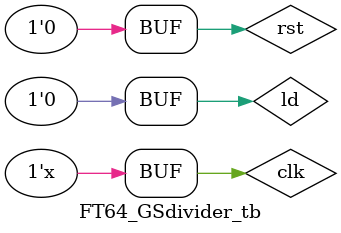
<source format=v>
module FT64_GSdivider(rst, clk, ld, abort, sgn, sgnus, a, b, qo, dvByZr, done, idle);
parameter WID=32;
parameter WHOLE=16;
parameter POINTS=16;
parameter LD=3'd2;
parameter DIV=3'd3;
parameter IDLE=3'd4;
parameter DONE=3'd5;
input clk;
input rst;
input ld;
input abort;
input sgn;
input sgnus;
input [WID-1:0] a;
input [WID-1:0] b;
output [WID-1:0] qo;
reg [WID-1:0] qo;
output done;
output idle;
output dvByZr;
reg dvByZr;

reg [WID-1:0] aa,bb;
reg so;
reg [2:0] state;
reg [7:0] cnt;
wire cnt_done = cnt==8'd0;
assign done = state==DONE||(state==IDLE && !ld);
assign idle = state==IDLE;
reg ce1;
wire [WID-1:0] q;
reg ld_dv;
wire gs_done;

initial begin
  qo = 64'd0;
end

DivGoldschmidt #(.WID(WID),.WHOLE(WHOLE),.POINTS(POINTS)) ugsd
(
	.rst(rst),
	.clk(clk),
	.ld(ld_dv),
	.a(aa),
	.b(bb),
	.q(q),
	.done(gs_done),
	.lzcnt()
);

always @(posedge clk)
if (rst)
	state <= IDLE;
else
	case(state)
	IDLE:
		if (ld)
			state <= DIV;
	DIV:
		if (dvByZr)
			state <= DONE;
		else if (gs_done && !ld_dv)
			state <= DONE;
	DONE:
		state <= IDLE;
	default:	state <= IDLE;
	endcase

always @(posedge clk)
if (rst)
	cnt <= 8'h00;
else begin
	if (abort)
	  cnt <= 8'd00;
	else if (ld)
		cnt <= WID+1;
	else if (!cnt_done)
		cnt <= cnt - 8'd1;
end

always @(posedge clk)
if (rst)
	dvByZr <= 1'b0;
else begin
	if (ld)
		dvByZr <= b=={WID{1'b0}};
end

always @(posedge clk)
if (rst) begin
	bb <= {WID{1'b0}};
	qo <= {WID{1'b0}};
	ld_dv <= 1'b0;
end
else
begin

case(state)
IDLE:
	if (ld) begin
		if (sgn) begin
			aa <= a[WID-1] ? -a : a;
			bb <= b[WID-1] ? -b : b;
			so <= a[WID-1] ^ b[WID-1];
		end
		else if (sgnus) begin
			aa <= a[WID-1] ? -a : a;
      bb <= b;
      so <= a[WID-1];
		end
		else begin
			aa <= a;
			bb <= b;
			so <= 1'b0;
			$display("bb=%d", b);
		end
		ld_dv <= 1'b1;
	end
DIV:
	begin
		ld_dv <= 1'b0;
		if ((gs_done & !ld_dv) || dvByZr) begin
			$display("cnt:%d q[63:0]=%h", cnt,q);
			if (sgn|sgnus) begin
				if (so)
					qo <= dvByZr ? {1'b1,{WID-1{1'b0}}} : -q;
				else
					qo <= dvByZr ? {WID-1{1'b1}} : q;
			end
			else
				qo <= dvByZr ? {WID-1{1'b1}} : q;
		end
	end
default: ;
endcase
end

endmodule

module FT64_GSdivider_tb();
parameter WID=64;
reg rst;
reg clk;
reg ld;
wire done;
wire [WID-1:0] qo,ro;

initial begin
	clk = 1;
	rst = 0;
	#100 rst = 1;
	#100 rst = 0;
	#100 ld = 1;
	#150 ld = 0;
end

always #10 clk = ~clk;	//  50 MHz


FT64_GSdivider #(.WID(WID), .WHOLE(32), .POINTS(32)) u1
(
	.rst(rst),
	.clk(clk),
	.ld(ld),
	.sgn(1'b1),
	.sgnus(1'b0),
	.a(64'h1000500000000),
	.b(64'h2700000000),
	.qo(qo),
	.dvByZr(),
	.done(done)
);

endmodule


</source>
